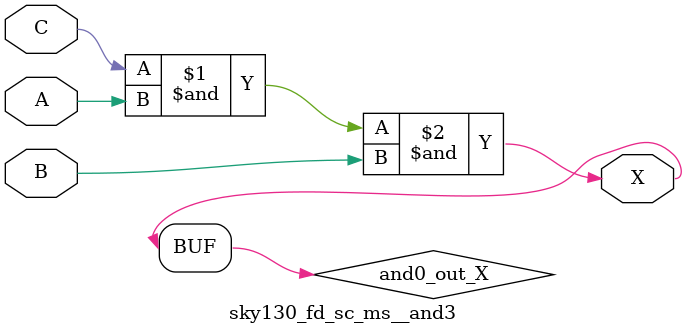
<source format=v>



module sky130_fd_sc_ms__and3 (
    X,
    A,
    B,
    C
);

    output X;
    input  A;
    input  B;
    input  C;

    wire and0_out_X;

    and and0 (and0_out_X, C, A, B        );
    buf buf0 (X         , and0_out_X     );

endmodule

</source>
